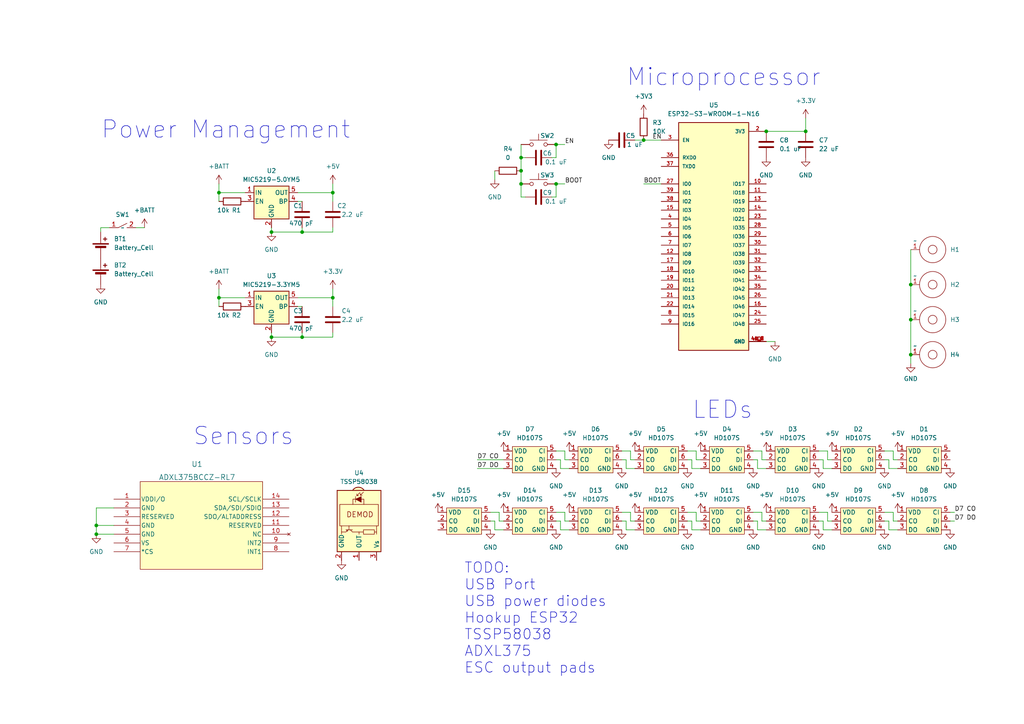
<source format=kicad_sch>
(kicad_sch (version 20230121) (generator eeschema)
  (paper "A4")
  (title_block (title "Danger Cookie") (date "2023-08-15") (rev "V1"))
  (lib_symbols
    (symbol "ADXL375:ADXL375BCCZ-RL7" (pin_names (offset 0.254))
      (property "Reference" "U" (at 0 16.51 0))
      (property "Value" "ADXL375BCCZ-RL7" (at 0 13.97 0))
      (symbol "ADXL375BCCZ-RL7_0_1"
        (pin power_in line (at -24.13 7.62 0) (length 7.62) (name "VDDI/O") (number "1"))
        (pin no_connect line (at 26.67 -2.54 180) (length 7.62) (name "NC") (number "10"))
        (pin unspecified line (at 26.67 0 180) (length 7.62) (name "RESERVED") (number "11"))
        (pin unspecified line (at 26.67 2.54 180) (length 7.62) (name "SDO/ALTADDRESS") (number "12"))
        (pin unspecified line (at 26.67 5.08 180) (length 7.62) (name "SDA/SDI/SDIO") (number "13"))
        (pin unspecified line (at 26.67 7.62 180) (length 7.62) (name "SCL/SCLK") (number "14"))
        (pin power_out line (at -24.13 5.08 0) (length 7.62) (name "GND") (number "2"))
        (pin unspecified line (at -24.13 2.54 0) (length 7.62) (name "RESERVED") (number "3"))
        (pin power_out line (at -24.13 0 0) (length 7.62) (name "GND") (number "4"))
        (pin power_out line (at -24.13 -2.54 0) (length 7.62) (name "GND") (number "5"))
        (pin unspecified line (at -24.13 -5.08 0) (length 7.62) (name "VS") (number "6"))
        (pin unspecified line (at -24.13 -7.62 0) (length 7.62) (name "*CS") (number "7"))
        (pin bidirectional line (at 26.67 -7.62 180) (length 7.62) (name "INT1") (number "8"))
        (pin bidirectional line (at 26.67 -5.08 180) (length 7.62) (name "INT2") (number "9"))
      )
      (symbol "ADXL375BCCZ-RL7_1_1"
        (rectangle (start -16.51 12.7) (end 19.05 -12.7) (fill (type background)))
      )
    )
    (symbol "Device:Battery_Cell" (pin_numbers hide) (pin_names (offset 0) hide)
      (property "Reference" "BT" (at 2.54 2.54 0))
      (property "Value" "Battery_Cell" (at 2.54 0 0))
      (symbol "Battery_Cell_0_1"
        (rectangle (start -2.286 1.778) (end 2.286 1.524) (fill (type outline)))
        (rectangle (start -1.524 1.016) (end 1.524 0.508) (fill (type outline)))
        (polyline (pts (xy 0 0.762) (xy 0 0)))
        (polyline (pts (xy 0 1.778) (xy 0 2.54)))
        (polyline (pts (xy 0.762 3.048) (xy 1.778 3.048)) (stroke (width 0.254)))
        (polyline (pts (xy 1.27 3.556) (xy 1.27 2.54)) (stroke (width 0.254)))
      )
      (symbol "Battery_Cell_1_1"
        (pin passive line (at 0 5.08 270) (length 2.54) (name "+") (number "1"))
        (pin passive line (at 0 -2.54 90) (length 2.54) (name "-") (number "2"))
      )
    )
    (symbol "Device:C" (pin_numbers hide) (pin_names (offset 0.254))
      (property "Reference" "C" (at 0.635 2.54 0))
      (property "Value" "C" (at 0.635 -2.54 0))
      (symbol "C_0_1"
        (polyline (pts (xy -2.032 -0.762) (xy 2.032 -0.762)) (stroke (width 0.508)))
        (polyline (pts (xy -2.032 0.762) (xy 2.032 0.762)) (stroke (width 0.508)))
      )
      (symbol "C_1_1"
        (pin passive line (at 0 3.81 270) (length 2.794) (name "~") (number "1"))
        (pin passive line (at 0 -3.81 90) (length 2.794) (name "~") (number "2"))
      )
    )
    (symbol "Device:R" (pin_numbers hide) (pin_names (offset 0))
      (property "Reference" "R" (at 2.032 0 90))
      (property "Value" "R" (at 0 0 90))
      (symbol "R_0_1"
        (rectangle (start -1.016 -2.54) (end 1.016 2.54) (stroke (width 0.254)))
      )
      (symbol "R_1_1"
        (pin passive line (at 0 3.81 270) (length 1.27) (name "~") (number "1"))
        (pin passive line (at 0 -3.81 90) (length 1.27) (name "~") (number "2"))
      )
    )
    (symbol "ESP32-S3-WROOM-1-N8R2:ESP32-S3-WROOM-1-N8R2" (pin_names (offset 1.016))
      (property "Reference" "U" (at -10.16 34.1122 0))
      (property "Value" "ESP32-S3-WROOM-1-N8R2" (at -10.16 -35.56 0))
      (symbol "ESP32-S3-WROOM-1-N8R2_0_0"
        (rectangle (start -10.16 -33.02) (end 10.16 33.02) (stroke (width 0.254)) (fill (type background)))
        (pin power_in line (at 15.24 -30.48 180) (length 5.08) (name "GND") (number "1"))
        (pin bidirectional line (at 15.24 15.24 180) (length 5.08) (name "IO17") (number "10"))
        (pin bidirectional line (at 15.24 12.7 180) (length 5.08) (name "IO18") (number "11"))
        (pin bidirectional line (at -15.24 -5.08 0) (length 5.08) (name "IO8") (number "12"))
        (pin bidirectional line (at 15.24 10.16 180) (length 5.08) (name "IO19") (number "13"))
        (pin bidirectional line (at 15.24 7.62 180) (length 5.08) (name "IO20") (number "14"))
        (pin bidirectional line (at -15.24 7.62 0) (length 5.08) (name "IO3") (number "15"))
        (pin bidirectional line (at 15.24 -20.32 180) (length 5.08) (name "IO46") (number "16"))
        (pin bidirectional line (at -15.24 -7.62 0) (length 5.08) (name "IO9") (number "17"))
        (pin bidirectional line (at -15.24 -10.16 0) (length 5.08) (name "IO10") (number "18"))
        (pin bidirectional line (at -15.24 -12.7 0) (length 5.08) (name "IO11") (number "19"))
        (pin power_in line (at 15.24 30.48 180) (length 5.08) (name "3V3") (number "2"))
        (pin bidirectional line (at -15.24 -15.24 0) (length 5.08) (name "IO12") (number "20"))
        (pin bidirectional line (at -15.24 -17.78 0) (length 5.08) (name "IO13") (number "21"))
        (pin bidirectional line (at -15.24 -20.32 0) (length 5.08) (name "IO14") (number "22"))
        (pin bidirectional line (at 15.24 5.08 180) (length 5.08) (name "IO21") (number "23"))
        (pin bidirectional line (at 15.24 -22.86 180) (length 5.08) (name "IO47") (number "24"))
        (pin bidirectional line (at 15.24 -25.4 180) (length 5.08) (name "IO48") (number "25"))
        (pin bidirectional line (at 15.24 -17.78 180) (length 5.08) (name "IO45") (number "26"))
        (pin bidirectional line (at -15.24 15.24 0) (length 5.08) (name "IO0") (number "27"))
        (pin bidirectional line (at 15.24 2.54 180) (length 5.08) (name "IO35") (number "28"))
        (pin bidirectional line (at 15.24 0 180) (length 5.08) (name "IO36") (number "29"))
        (pin input line (at -15.24 27.94 0) (length 5.08) (name "EN") (number "3"))
        (pin bidirectional line (at 15.24 -2.54 180) (length 5.08) (name "IO37") (number "30"))
        (pin bidirectional line (at 15.24 -5.08 180) (length 5.08) (name "IO38") (number "31"))
        (pin bidirectional line (at 15.24 -7.62 180) (length 5.08) (name "IO39") (number "32"))
        (pin bidirectional line (at 15.24 -10.16 180) (length 5.08) (name "IO40") (number "33"))
        (pin bidirectional line (at 15.24 -12.7 180) (length 5.08) (name "IO41") (number "34"))
        (pin bidirectional line (at 15.24 -15.24 180) (length 5.08) (name "IO42") (number "35"))
        (pin bidirectional line (at -15.24 22.86 0) (length 5.08) (name "RXD0") (number "36"))
        (pin bidirectional line (at -15.24 20.32 0) (length 5.08) (name "TXD0") (number "37"))
        (pin bidirectional line (at -15.24 10.16 0) (length 5.08) (name "IO2") (number "38"))
        (pin bidirectional line (at -15.24 12.7 0) (length 5.08) (name "IO1") (number "39"))
        (pin bidirectional line (at -15.24 5.08 0) (length 5.08) (name "IO4") (number "4"))
        (pin power_in line (at 15.24 -30.48 180) (length 5.08) (name "GND") (number "40"))
        (pin power_in line (at 15.24 -30.48 180) (length 5.08) (name "GND") (number "41_1"))
        (pin power_in line (at 15.24 -30.48 180) (length 5.08) (name "GND") (number "41_2"))
        (pin power_in line (at 15.24 -30.48 180) (length 5.08) (name "GND") (number "41_3"))
        (pin power_in line (at 15.24 -30.48 180) (length 5.08) (name "GND") (number "41_4"))
        (pin power_in line (at 15.24 -30.48 180) (length 5.08) (name "GND") (number "41_5"))
        (pin power_in line (at 15.24 -30.48 180) (length 5.08) (name "GND") (number "41_6"))
        (pin power_in line (at 15.24 -30.48 180) (length 5.08) (name "GND") (number "41_7"))
        (pin power_in line (at 15.24 -30.48 180) (length 5.08) (name "GND") (number "41_8"))
        (pin power_in line (at 15.24 -30.48 180) (length 5.08) (name "GND") (number "41_9"))
        (pin bidirectional line (at -15.24 2.54 0) (length 5.08) (name "IO5") (number "5"))
        (pin bidirectional line (at -15.24 0 0) (length 5.08) (name "IO6") (number "6"))
        (pin bidirectional line (at -15.24 -2.54 0) (length 5.08) (name "IO7") (number "7"))
        (pin bidirectional line (at -15.24 -22.86 0) (length 5.08) (name "IO15") (number "8"))
        (pin bidirectional line (at -15.24 -25.4 0) (length 5.08) (name "IO16") (number "9"))
      )
    )
    (symbol "HD107S:HD107S"
      (property "Reference" "D" (at -3.81 5.08 0))
      (property "Value" "HD107S" (at 0 -5.08 0))
      (symbol "HD107S_1_1"
        (rectangle (start -5.08 3.81) (end 5.08 -3.81) (fill (type background)))
        (pin power_in line (at -7.62 2.54 0) (length 2.54) (name "VDD") (number "1"))
        (pin output line (at -7.62 0 0) (length 2.54) (name "CO") (number "2"))
        (pin output line (at -7.62 -2.54 0) (length 2.54) (name "DO") (number "3"))
        (pin power_in line (at 7.62 -2.54 180) (length 2.54) (name "GND") (number "4"))
        (pin input line (at 7.62 2.54 180) (length 2.54) (name "CI") (number "5"))
        (pin input line (at 7.62 0 180) (length 2.54) (name "DI") (number "6"))
      )
    )
    (symbol "Regulator_Linear:MIC5219-3.3YM5" (pin_names (offset 0.254))
      (property "Reference" "U" (at -3.81 5.715 0))
      (property "Value" "MIC5219-3.3YM5" (at 0 5.715 0))
      (symbol "MIC5219-3.3YM5_0_1"
        (rectangle (start -5.08 4.445) (end 5.08 -5.08) (stroke (width 0.254)) (fill (type background)))
      )
      (symbol "MIC5219-3.3YM5_1_1"
        (pin power_in line (at -7.62 2.54 0) (length 2.54) (name "IN") (number "1"))
        (pin power_in line (at 0 -7.62 90) (length 2.54) (name "GND") (number "2"))
        (pin input line (at -7.62 0 0) (length 2.54) (name "EN") (number "3"))
        (pin input line (at 7.62 0 180) (length 2.54) (name "BP") (number "4"))
        (pin power_out line (at 7.62 2.54 180) (length 2.54) (name "OUT") (number "5"))
      )
    )
    (symbol "Regulator_Linear:MIC5219-5.0YM5" (pin_names (offset 0.254))
      (property "Reference" "U" (at -3.81 5.715 0))
      (property "Value" "MIC5219-5.0YM5" (at 0 5.715 0))
      (symbol "MIC5219-5.0YM5_0_1"
        (rectangle (start -5.08 4.445) (end 5.08 -5.08) (stroke (width 0.254)) (fill (type background)))
      )
      (symbol "MIC5219-5.0YM5_1_1"
        (pin power_in line (at -7.62 2.54 0) (length 2.54) (name "IN") (number "1"))
        (pin power_in line (at 0 -7.62 90) (length 2.54) (name "GND") (number "2"))
        (pin input line (at -7.62 0 0) (length 2.54) (name "EN") (number "3"))
        (pin input line (at 7.62 0 180) (length 2.54) (name "BP") (number "4"))
        (pin power_out line (at 7.62 2.54 180) (length 2.54) (name "OUT") (number "5"))
      )
    )
    (symbol "SMD_round_nut:SMTSO2515"
      (property "Reference" "H" (at -1.27 -2.54 0))
      (symbol "SMTSO2515_0_1"
        (circle (center 0 0) (radius 1.27))
        (circle (center 0 0) (radius 3.81))
      )
      (symbol "SMTSO2515_1_1"
        (pin input line (at -6.35 0 0) (length 2.54) (name "") (number "1"))
      )
    )
    (symbol "SMD_round_nut:SMTSO2515_SW"
      (property "Reference" "SW" (at 0 3.81 0))
      (symbol "SMTSO2515_SW_0_1"
        (polyline (pts (xy -1.27 0) (xy 1.27 1.27)))
      )
      (symbol "SMTSO2515_SW_1_1"
        (pin input line (at -3.81 0 0) (length 2.54) (name "") (number "1"))
        (pin output line (at 3.81 0 180) (length 2.54) (name "") (number "2"))
      )
    )
    (symbol "Sensor_Proximity:TSSP58038" (pin_names (offset 1.016))
      (property "Reference" "U" (at -10.16 7.62 0))
      (property "Value" "TSSP58038" (at -10.16 -7.62 0))
      (symbol "TSSP58038_0_0"
        (arc (start -10.287 1.397) (mid -11.0899 -0.1852) (end -10.287 -1.778) (stroke (width 0.254)) (fill (type background)))
        (polyline (pts (xy 1.905 -5.08) (xy 0.127 -5.08)))
        (polyline (pts (xy 1.905 5.08) (xy 0.127 5.08)))
        (text "DEMOD" (at -3.175 0.254 900) (effects (font (size 1.524 1.524))))
      )
      (symbol "TSSP58038_0_1"
        (rectangle (start -6.096 5.588) (end 0.127 -5.588))
        (polyline (pts (xy -8.763 0.381) (xy -9.652 1.27)))
        (polyline (pts (xy -8.763 0.381) (xy -9.271 0.381)))
        (polyline (pts (xy -8.763 0.381) (xy -8.763 0.889)))
        (polyline (pts (xy -8.636 -0.635) (xy -9.525 0.254)))
        (polyline (pts (xy -8.636 -0.635) (xy -9.144 -0.635)))
        (polyline (pts (xy -8.636 -0.635) (xy -8.636 -0.127)))
        (polyline (pts (xy -8.382 -1.016) (xy -6.731 -1.016)))
        (polyline (pts (xy 1.27 -2.921) (xy 0.127 -2.921)))
        (polyline (pts (xy 1.27 -1.905) (xy 1.27 -3.81)))
        (polyline (pts (xy 1.397 -3.556) (xy 1.524 -3.556)))
        (polyline (pts (xy 1.651 -3.556) (xy 1.524 -3.556)))
        (polyline (pts (xy 1.651 -3.556) (xy 1.651 -3.302)))
        (polyline (pts (xy 1.905 0) (xy 1.905 1.27)))
        (polyline (pts (xy 1.905 4.445) (xy 1.905 5.08) (xy 2.54 5.08)))
        (polyline (pts (xy -8.382 0.635) (xy -6.731 0.635) (xy -7.62 -1.016) (xy -8.382 0.635)) (fill (type outline)))
        (polyline (pts (xy -6.096 1.397) (xy -7.62 1.397) (xy -7.62 -1.778) (xy -6.096 -1.778)))
        (polyline (pts (xy 1.27 -3.175) (xy 1.905 -3.81) (xy 1.905 -5.08) (xy 2.54 -5.08)))
        (polyline (pts (xy 1.27 -2.54) (xy 1.905 -1.905) (xy 1.905 0) (xy 2.54 0)))
        (rectangle (start 2.54 1.27) (end 1.27 4.445))
        (rectangle (start 7.62 6.35) (end -10.16 -6.35) (stroke (width 0.254)) (fill (type background)))
      )
      (symbol "TSSP58038_1_1"
        (pin output line (at 10.16 0 180) (length 2.54) (name "OUT") (number "1"))
        (pin power_in line (at 10.16 -5.08 180) (length 2.54) (name "GND") (number "2"))
        (pin power_in line (at 10.16 5.08 180) (length 2.54) (name "Vs") (number "3"))
      )
    )
    (symbol "Switch:SW_Push" (pin_numbers hide) (pin_names (offset 1.016) hide)
      (property "Reference" "SW" (at 1.27 2.54 0))
      (property "Value" "SW_Push" (at 0 -1.524 0))
      (symbol "SW_Push_0_1"
        (circle (center -2.032 0) (radius 0.508))
        (polyline (pts (xy 0 1.27) (xy 0 3.048)))
        (polyline (pts (xy 2.54 1.27) (xy -2.54 1.27)))
        (circle (center 2.032 0) (radius 0.508))
        (pin passive line (at -5.08 0 0) (length 2.54) (name "1") (number "1"))
        (pin passive line (at 5.08 0 180) (length 2.54) (name "2") (number "2"))
      )
    )
    (symbol "power:+3.3V" (power) (pin_names (offset 0))
      (property "Value" "+3.3V" (at 0 3.556 0))
      (symbol "+3.3V_0_1"
        (polyline (pts (xy -0.762 1.27) (xy 0 2.54)))
        (polyline (pts (xy 0 0) (xy 0 2.54)))
        (polyline (pts (xy 0 2.54) (xy 0.762 1.27)))
      )
      (symbol "+3.3V_1_1"
        (pin power_in line (at 0 0 90) (length 0) hide (name "+3.3V") (number "1"))
      )
    )
    (symbol "power:+3V3" (power) (pin_names (offset 0))
      (property "Value" "+3V3" (at 0 3.556 0))
      (symbol "+3V3_0_1"
        (polyline (pts (xy -0.762 1.27) (xy 0 2.54)))
        (polyline (pts (xy 0 0) (xy 0 2.54)))
        (polyline (pts (xy 0 2.54) (xy 0.762 1.27)))
      )
      (symbol "+3V3_1_1"
        (pin power_in line (at 0 0 90) (length 0) hide (name "+3V3") (number "1"))
      )
    )
    (symbol "power:+5V" (power) (pin_names (offset 0))
      (property "Value" "+5V" (at 0 3.556 0))
      (symbol "+5V_0_1"
        (polyline (pts (xy -0.762 1.27) (xy 0 2.54)))
        (polyline (pts (xy 0 0) (xy 0 2.54)))
        (polyline (pts (xy 0 2.54) (xy 0.762 1.27)))
      )
      (symbol "+5V_1_1"
        (pin power_in line (at 0 0 90) (length 0) hide (name "+5V") (number "1"))
      )
    )
    (symbol "power:+BATT" (power) (pin_names (offset 0))
      (property "Value" "+BATT" (at 0 3.556 0))
      (symbol "+BATT_0_1"
        (polyline (pts (xy -0.762 1.27) (xy 0 2.54)))
        (polyline (pts (xy 0 0) (xy 0 2.54)))
        (polyline (pts (xy 0 2.54) (xy 0.762 1.27)))
      )
      (symbol "+BATT_1_1"
        (pin power_in line (at 0 0 90) (length 0) hide (name "+BATT") (number "1"))
      )
    )
    (symbol "power:GND" (power) (pin_names (offset 0))
      (property "Value" "GND" (at 0 -3.81 0))
      (symbol "GND_0_1"
        (polyline (pts (xy 0 0) (xy 0 -1.27) (xy 1.27 -1.27) (xy 0 -2.54) (xy -1.27 -1.27) (xy 0 -1.27)))
      )
      (symbol "GND_1_1"
        (pin power_in line (at 0 0 270) (length 0) hide (name "GND") (number "1"))
      )
    )
  )
  (junction (at 96.52 86.36))
  (junction (at 27.94 154.94))
  (junction (at 27.94 152.4))
  (junction (at 151.13 53.34))
  (junction (at 151.13 49.53))
  (junction (at 264.16 102.87))
  (junction (at 78.74 67.31))
  (junction (at 78.74 97.79))
  (junction (at 264.16 82.55))
  (junction (at 63.5 86.36))
  (junction (at 96.52 55.88))
  (junction (at 87.63 67.31))
  (junction (at 233.68 38.1))
  (junction (at 151.13 45.72))
  (junction (at 87.63 97.79))
  (junction (at 161.29 53.34))
  (junction (at 264.16 92.71))
  (junction (at 186.69 40.64))
  (junction (at 222.25 38.1))
  (junction (at 63.5 55.88))
  (junction (at 161.29 41.91))
  (wire (pts (xy 186.69 40.64) (xy 191.77 40.64)))
  (wire (pts (xy 163.83 148.59) (xy 161.29 148.59)))
  (wire (pts (xy 63.5 53.34) (xy 63.5 55.88)))
  (wire (pts (xy 238.76 151.13) (xy 238.76 153.67)))
  (wire (pts (xy 203.2 133.35) (xy 201.93 133.35)))
  (wire (pts (xy 260.35 151.13) (xy 259.08 151.13)))
  (wire (pts (xy 182.88 151.13) (xy 182.88 148.59)))
  (wire (pts (xy 201.93 151.13) (xy 201.93 148.59)))
  (wire (pts (xy 144.78 151.13) (xy 144.78 148.59)))
  (wire (pts (xy 151.13 53.34) (xy 151.13 57.15)))
  (wire (pts (xy 220.98 151.13) (xy 220.98 148.59)))
  (wire (pts (xy 161.29 53.34) (xy 161.29 57.15)))
  (wire (pts (xy 219.71 133.35) (xy 219.71 135.89)))
  (wire (pts (xy 222.25 151.13) (xy 220.98 151.13)))
  (wire (pts (xy 264.16 72.39) (xy 264.16 82.55)))
  (wire (pts (xy 27.94 147.32) (xy 33.02 147.32)))
  (wire (pts (xy 237.49 151.13) (xy 238.76 151.13)))
  (wire (pts (xy 180.34 151.13) (xy 181.61 151.13)))
  (wire (pts (xy 151.13 49.53) (xy 151.13 53.34)))
  (wire (pts (xy 161.29 57.15) (xy 160.02 57.15)))
  (wire (pts (xy 222.25 133.35) (xy 220.98 133.35)))
  (wire (pts (xy 256.54 133.35) (xy 257.81 133.35)))
  (wire (pts (xy 87.63 97.79) (xy 96.52 97.79)))
  (wire (pts (xy 219.71 153.67) (xy 222.25 153.67)))
  (wire (pts (xy 224.79 99.06) (xy 222.25 99.06)))
  (wire (pts (xy 96.52 67.31) (xy 87.63 67.31)))
  (wire (pts (xy 181.61 151.13) (xy 181.61 153.67)))
  (wire (pts (xy 31.75 66.04) (xy 29.21 66.04)))
  (wire (pts (xy 87.63 67.31) (xy 87.63 66.04)))
  (wire (pts (xy 161.29 53.34) (xy 163.83 53.34)))
  (wire (pts (xy 259.08 151.13) (xy 259.08 148.59)))
  (wire (pts (xy 86.36 55.88) (xy 96.52 55.88)))
  (wire (pts (xy 200.66 135.89) (xy 203.2 135.89)))
  (wire (pts (xy 143.51 52.07) (xy 143.51 49.53)))
  (wire (pts (xy 78.74 67.31) (xy 87.63 67.31)))
  (wire (pts (xy 162.56 153.67) (xy 165.1 153.67)))
  (wire (pts (xy 165.1 151.13) (xy 163.83 151.13)))
  (wire (pts (xy 63.5 58.42) (xy 63.5 55.88)))
  (wire (pts (xy 27.94 154.94) (xy 33.02 154.94)))
  (wire (pts (xy 63.5 83.82) (xy 63.5 86.36)))
  (wire (pts (xy 275.59 148.59) (xy 276.86 148.59)))
  (wire (pts (xy 201.93 130.81) (xy 199.39 130.81)))
  (wire (pts (xy 257.81 153.67) (xy 260.35 153.67)))
  (wire (pts (xy 199.39 133.35) (xy 200.66 133.35)))
  (wire (pts (xy 87.63 97.79) (xy 87.63 96.52)))
  (wire (pts (xy 96.52 88.9) (xy 96.52 86.36)))
  (wire (pts (xy 146.05 151.13) (xy 144.78 151.13)))
  (wire (pts (xy 161.29 41.91) (xy 163.83 41.91)))
  (wire (pts (xy 138.43 135.89) (xy 146.05 135.89)))
  (wire (pts (xy 96.52 67.31) (xy 96.52 66.04)))
  (wire (pts (xy 161.29 41.91) (xy 161.29 45.72)))
  (wire (pts (xy 200.66 133.35) (xy 200.66 135.89)))
  (wire (pts (xy 151.13 41.91) (xy 151.13 45.72)))
  (wire (pts (xy 241.3 151.13) (xy 240.03 151.13)))
  (wire (pts (xy 201.93 133.35) (xy 201.93 130.81)))
  (wire (pts (xy 240.03 130.81) (xy 237.49 130.81)))
  (wire (pts (xy 240.03 148.59) (xy 237.49 148.59)))
  (wire (pts (xy 275.59 151.13) (xy 276.86 151.13)))
  (wire (pts (xy 238.76 153.67) (xy 241.3 153.67)))
  (wire (pts (xy 96.52 97.79) (xy 96.52 96.52)))
  (wire (pts (xy 161.29 45.72) (xy 160.02 45.72)))
  (wire (pts (xy 78.74 67.31) (xy 78.74 66.04)))
  (wire (pts (xy 184.15 133.35) (xy 182.88 133.35)))
  (wire (pts (xy 257.81 133.35) (xy 257.81 135.89)))
  (wire (pts (xy 96.52 53.34) (xy 96.52 55.88)))
  (wire (pts (xy 151.13 45.72) (xy 151.13 49.53)))
  (wire (pts (xy 163.83 130.81) (xy 161.29 130.81)))
  (wire (pts (xy 200.66 151.13) (xy 200.66 153.67)))
  (wire (pts (xy 182.88 130.81) (xy 180.34 130.81)))
  (wire (pts (xy 219.71 135.89) (xy 222.25 135.89)))
  (wire (pts (xy 186.69 53.34) (xy 191.77 53.34)))
  (wire (pts (xy 238.76 135.89) (xy 241.3 135.89)))
  (wire (pts (xy 163.83 151.13) (xy 163.83 148.59)))
  (wire (pts (xy 165.1 133.35) (xy 163.83 133.35)))
  (wire (pts (xy 181.61 153.67) (xy 184.15 153.67)))
  (wire (pts (xy 220.98 148.59) (xy 218.44 148.59)))
  (wire (pts (xy 138.43 133.35) (xy 146.05 133.35)))
  (wire (pts (xy 78.74 97.79) (xy 78.74 96.52)))
  (wire (pts (xy 257.81 135.89) (xy 260.35 135.89)))
  (wire (pts (xy 259.08 130.81) (xy 256.54 130.81)))
  (wire (pts (xy 161.29 133.35) (xy 162.56 133.35)))
  (wire (pts (xy 78.74 97.79) (xy 87.63 97.79)))
  (wire (pts (xy 96.52 58.42) (xy 96.52 55.88)))
  (wire (pts (xy 162.56 135.89) (xy 165.1 135.89)))
  (wire (pts (xy 29.21 66.04) (xy 29.21 67.31)))
  (wire (pts (xy 63.5 86.36) (xy 63.5 88.9)))
  (wire (pts (xy 63.5 86.36) (xy 71.12 86.36)))
  (wire (pts (xy 184.15 40.64) (xy 186.69 40.64)))
  (wire (pts (xy 264.16 82.55) (xy 264.16 92.71)))
  (wire (pts (xy 182.88 133.35) (xy 182.88 130.81)))
  (wire (pts (xy 203.2 151.13) (xy 201.93 151.13)))
  (wire (pts (xy 222.25 38.1) (xy 233.68 38.1)))
  (wire (pts (xy 220.98 130.81) (xy 218.44 130.81)))
  (wire (pts (xy 184.15 151.13) (xy 182.88 151.13)))
  (wire (pts (xy 39.37 66.04) (xy 41.91 66.04)))
  (wire (pts (xy 201.93 148.59) (xy 199.39 148.59)))
  (wire (pts (xy 257.81 151.13) (xy 257.81 153.67)))
  (wire (pts (xy 162.56 151.13) (xy 162.56 153.67)))
  (wire (pts (xy 27.94 154.94) (xy 27.94 152.4)))
  (wire (pts (xy 218.44 133.35) (xy 219.71 133.35)))
  (wire (pts (xy 162.56 133.35) (xy 162.56 135.89)))
  (wire (pts (xy 27.94 152.4) (xy 27.94 147.32)))
  (wire (pts (xy 87.63 58.42) (xy 86.36 58.42)))
  (wire (pts (xy 233.68 34.29) (xy 233.68 38.1)))
  (wire (pts (xy 256.54 151.13) (xy 257.81 151.13)))
  (wire (pts (xy 86.36 86.36) (xy 96.52 86.36)))
  (wire (pts (xy 181.61 133.35) (xy 181.61 135.89)))
  (wire (pts (xy 237.49 133.35) (xy 238.76 133.35)))
  (wire (pts (xy 143.51 151.13) (xy 143.51 153.67)))
  (wire (pts (xy 161.29 151.13) (xy 162.56 151.13)))
  (wire (pts (xy 142.24 151.13) (xy 143.51 151.13)))
  (wire (pts (xy 96.52 83.82) (xy 96.52 86.36)))
  (wire (pts (xy 152.4 57.15) (xy 151.13 57.15)))
  (wire (pts (xy 218.44 151.13) (xy 219.71 151.13)))
  (wire (pts (xy 240.03 151.13) (xy 240.03 148.59)))
  (wire (pts (xy 220.98 133.35) (xy 220.98 130.81)))
  (wire (pts (xy 182.88 148.59) (xy 180.34 148.59)))
  (wire (pts (xy 143.51 153.67) (xy 146.05 153.67)))
  (wire (pts (xy 144.78 148.59) (xy 142.24 148.59)))
  (wire (pts (xy 63.5 55.88) (xy 71.12 55.88)))
  (wire (pts (xy 163.83 133.35) (xy 163.83 130.81)))
  (wire (pts (xy 181.61 135.89) (xy 184.15 135.89)))
  (wire (pts (xy 199.39 151.13) (xy 200.66 151.13)))
  (wire (pts (xy 259.08 133.35) (xy 259.08 130.81)))
  (wire (pts (xy 264.16 105.41) (xy 264.16 102.87)))
  (wire (pts (xy 151.13 45.72) (xy 152.4 45.72)))
  (wire (pts (xy 200.66 153.67) (xy 203.2 153.67)))
  (wire (pts (xy 180.34 133.35) (xy 181.61 133.35)))
  (wire (pts (xy 260.35 133.35) (xy 259.08 133.35)))
  (wire (pts (xy 219.71 151.13) (xy 219.71 153.67)))
  (wire (pts (xy 87.63 88.9) (xy 86.36 88.9)))
  (wire (pts (xy 259.08 148.59) (xy 256.54 148.59)))
  (wire (pts (xy 27.94 152.4) (xy 33.02 152.4)))
  (wire (pts (xy 264.16 92.71) (xy 264.16 102.87)))
  (wire (pts (xy 240.03 133.35) (xy 240.03 130.81)))
  (wire (pts (xy 238.76 133.35) (xy 238.76 135.89)))
  (wire (pts (xy 241.3 133.35) (xy 240.03 133.35)))
  (text "TODO:\nUSB Port\nUSB power diodes\nHookup ESP32\nTSSP58038\nADXL375\nESC output pads" (at 134.62 195.58 0) (effects (font (size 3 3)) (justify left bottom)))
  (text "Power Management" (at 29.21 40.64 0) (effects (font (size 5 5)) (justify left bottom)))
  (text "Microprocessor " (at 181.61 25.4 0) (effects (font (size 5 5)) (justify left bottom)))
  (text "Sensors" (at 55.88 129.54 0) (effects (font (size 5 5)) (justify left bottom)))
  (text "LEDs" (at 200.66 121.92 0) (effects (font (size 5 5)) (justify left bottom)))
  (label "BOOT" (at 163.83 53.34 0))
  (label "BOOT" (at 186.69 53.34 0))
  (label "D7 DO" (at 138.43 135.89 0))
  (label "D7 CO" (at 276.86 148.59 0))
  (label "EN" (at 163.83 41.91 0))
  (label "D7 CO" (at 138.43 133.35 0))
  (label "EN" (at 189.23 40.64 0))
  (label "D7 DO" (at 276.86 151.13 0))
  (symbol (lib_id "Device:C") (at 87.63 92.71 0) (unit 1)
    (property "Reference" "C3" (at 85.09 90.17 0) (effects (justify left)))
    (property "Value" "470 pF" (at 83.82 95.25 0) (effects (justify left)))
  )
  (symbol (lib_id "power:GND") (at 275.59 153.67 0) (unit 1)
    (property "Reference" "#PWR026" (effects hide))
    (property "Value" "GND" (at 275.59 158.75 0))
  )
  (symbol (lib_id "HD107S:HD107S") (at 153.67 151.13 0) (unit 1)
    (property "Reference" "D14" (at 153.67 142.24 0))
    (property "Value" "HD107S" (at 153.67 144.78 0))
    (property "Footprint" "HD107S" (effects hide))
  )
  (symbol (lib_id "power:+3.3V") (at 233.68 34.29 0) (unit 1)
    (property "Reference" "#PWR02" (effects hide))
    (property "Value" "+3.3V" (at 233.68 29.21 0))
  )
  (symbol (lib_id "HD107S:HD107S") (at 172.72 133.35 0) (unit 1)
    (property "Reference" "D6" (at 172.72 124.46 0))
    (property "Value" "HD107S" (at 172.72 127 0))
    (property "Footprint" "HD107S" (effects hide))
  )
  (symbol (lib_id "power:+5V") (at 146.05 130.81 0) (unit 1)
    (property "Reference" "#PWR023" (effects hide))
    (property "Value" "+5V" (at 146.05 125.73 0))
  )
  (symbol (lib_id "power:+5V") (at 184.15 130.81 0) (unit 1)
    (property "Reference" "#PWR019" (effects hide))
    (property "Value" "+5V" (at 184.15 125.73 0))
  )
  (symbol (lib_id "power:+5V") (at 222.25 148.59 0) (unit 1)
    (property "Reference" "#PWR029" (effects hide))
    (property "Value" "+5V" (at 222.25 143.51 0))
  )
  (symbol (lib_id "Regulator_Linear:MIC5219-5.0YM5") (at 78.74 58.42 0) (unit 1)
    (property "Reference" "U2" (at 78.74 49.53 0))
    (property "Value" "MIC5219-5.0YM5" (at 78.74 52.07 0))
    (property "Footprint" "Package_TO_SOT_SMD:SOT-23-5" (effects hide))
    (property "Datasheet" "http://ww1.microchip.com/downloads/en/DeviceDoc/MIC5219-500mA-Peak-Output-LDO-Regulator-DS20006021A.pdf" (effects hide))
  )
  (symbol (lib_id "power:GND") (at 142.24 153.67 0) (unit 1)
    (property "Reference" "#PWR040" (effects hide))
    (property "Value" "GND" (at 142.24 158.75 0))
  )
  (symbol (lib_id "power:GND") (at 199.39 153.67 0) (unit 1)
    (property "Reference" "#PWR034" (effects hide))
    (property "Value" "GND" (at 199.39 158.75 0))
  )
  (symbol (lib_id "power:+5V") (at 222.25 130.81 0) (unit 1)
    (property "Reference" "#PWR015" (effects hide))
    (property "Value" "+5V" (at 222.25 125.73 0))
  )
  (symbol (lib_id "Device:Battery_Cell") (at 29.21 80.01 0) (unit 1)
    (property "Reference" "BT2" (at 33.02 76.8985 0) (effects (justify left)))
    (property "Value" "Battery_Cell" (at 33.02 79.4385 0) (effects (justify left)))
    (property "Footprint" "Connector_JST:JST_PH_B2B-PH-K_1x02_P2.00mm_Vertical" (effects hide))
  )
  (symbol (lib_id "Device:C") (at 96.52 62.23 0) (unit 1)
    (property "Reference" "C2" (at 97.79 59.69 0) (effects (justify left)))
    (property "Value" "2.2 uF" (at 99.06 62.23 0) (effects (justify left)))
  )
  (symbol (lib_id "power:GND") (at 143.51 52.07 0) (unit 1)
    (property "Reference" "#PWR048" (effects hide))
    (property "Value" "GND" (at 143.51 57.15 0))
  )
  (symbol (lib_id "power:GND") (at 237.49 153.67 0) (unit 1)
    (property "Reference" "#PWR030" (effects hide))
    (property "Value" "GND" (at 237.49 158.75 0))
  )
  (symbol (lib_id "power:+5V") (at 260.35 130.81 0) (unit 1)
    (property "Reference" "#PWR012" (effects hide))
    (property "Value" "+5V" (at 260.35 125.73 0))
  )
  (symbol (lib_id "power:+5V") (at 241.3 148.59 0) (unit 1)
    (property "Reference" "#PWR027" (effects hide))
    (property "Value" "+5V" (at 241.3 143.51 0))
  )
  (symbol (lib_id "Device:C") (at 156.21 45.72 90) (unit 1)
    (property "Reference" "C6" (at 158.75 44.45 90))
    (property "Value" "0.1 uF" (at 161.29 46.99 90))
  )
  (symbol (lib_id "power:+5V") (at 203.2 148.59 0) (unit 1)
    (property "Reference" "#PWR031" (effects hide))
    (property "Value" "+5V" (at 203.2 143.51 0))
  )
  (symbol (lib_id "power:+5V") (at 146.05 148.59 0) (unit 1)
    (property "Reference" "#PWR037" (effects hide))
    (property "Value" "+5V" (at 146.05 143.51 0))
  )
  (symbol (lib_id "Device:C") (at 96.52 92.71 0) (unit 1)
    (property "Reference" "C4" (at 99.06 90.17 0) (effects (justify left)))
    (property "Value" "2.2 uF" (at 99.06 92.71 0) (effects (justify left)))
  )
  (symbol (lib_id "power:+BATT") (at 63.5 83.82 0) (unit 1)
    (property "Reference" "#PWR043" (effects hide))
    (property "Value" "+BATT" (at 63.5 78.74 0))
  )
  (symbol (lib_id "power:GND") (at 218.44 135.89 0) (unit 1)
    (property "Reference" "#PWR018" (effects hide))
    (property "Value" "GND" (at 218.44 140.97 0))
  )
  (symbol (lib_id "power:GND") (at 29.21 82.55 0) (unit 1)
    (property "Reference" "#PWR04" (effects hide))
    (property "Value" "GND" (at 29.21 87.63 0))
  )
  (symbol (lib_id "Device:C") (at 233.68 41.91 0) (unit 1)
    (property "Reference" "C7" (at 237.49 40.64 0) (effects (justify left)))
    (property "Value" "22 uF" (at 237.49 43.18 0) (effects (justify left)))
  )
  (symbol (lib_id "ADXL375:ADXL375BCCZ-RL7") (at 57.15 152.4 0) (unit 1)
    (property "Reference" "U1" (at 57.15 134.62 0) (effects (font (size 1.524 1.524))))
    (property "Value" "ADXL375BCCZ-RL7" (at 57.15 138.43 0) (effects (font (size 1.524 1.524))))
    (property "Footprint" "ADXL375:LGA_CC-14-1_ADI-M" (effects hide))
    (property "Datasheet" "ADXL375BCCZ-RL7" (effects hide))
  )
  (symbol (lib_id "power:+BATT") (at 63.5 53.34 0) (unit 1)
    (property "Reference" "#PWR042" (effects hide))
    (property "Value" "+BATT" (at 63.5 48.26 0))
  )
  (symbol (lib_id "power:GND") (at 180.34 153.67 0) (unit 1)
    (property "Reference" "#PWR036" (effects hide))
    (property "Value" "GND" (at 180.34 158.75 0))
  )
  (symbol (lib_id "Device:C") (at 156.21 57.15 270) (unit 1)
    (property "Reference" "C9" (at 158.75 55.88 90))
    (property "Value" "0.1 uF" (at 161.29 58.42 90))
  )
  (symbol (lib_id "HD107S:HD107S") (at 229.87 151.13 0) (unit 1)
    (property "Reference" "D10" (at 229.87 142.24 0))
    (property "Value" "HD107S" (at 229.87 144.78 0))
    (property "Footprint" "HD107S" (effects hide))
  )
  (symbol (lib_id "power:GND") (at 264.16 105.41 0) (unit 1)
    (property "Reference" "#PWR03" (effects hide))
    (property "Value" "GND" (at 264.16 109.855 0))
  )
  (symbol (lib_id "SMD_round_nut:SMTSO2515") (at 270.51 92.71 0) (unit 1)
    (property "Reference" "H3" (at 275.59 92.71 0) (effects (justify left)))
    (property "Value" "~" (at 265.43 90.17 0))
    (property "Footprint" "Round_Nut:SMTSO2515" (effects hide))
  )
  (symbol (lib_id "power:GND") (at 218.44 153.67 0) (unit 1)
    (property "Reference" "#PWR032" (effects hide))
    (property "Value" "GND" (at 218.44 158.75 0))
  )
  (symbol (lib_id "HD107S:HD107S") (at 153.67 133.35 0) (unit 1)
    (property "Reference" "D7" (at 153.67 124.46 0))
    (property "Value" "HD107S" (at 153.67 127 0))
    (property "Footprint" "HD107S" (effects hide))
  )
  (symbol (lib_id "power:+3.3V") (at 96.52 83.82 0) (unit 1)
    (property "Reference" "#PWR010" (effects hide))
    (property "Value" "+3.3V" (at 96.52 78.74 0))
  )
  (symbol (lib_id "Switch:SW_Push") (at 156.21 53.34 0) (unit 1)
    (property "Reference" "SW3" (at 158.75 50.8 0))
    (property "Value" "SW_Push" (effects hide))
  )
  (symbol (lib_id "Device:R") (at 186.69 36.83 180) (unit 1)
    (property "Reference" "R3" (at 189.23 35.56 0) (effects (justify right)))
    (property "Value" "10K" (at 189.23 38.1 0) (effects (justify right)))
  )
  (symbol (lib_id "power:GND") (at 27.94 154.94 0) (unit 1)
    (property "Reference" "#PWR08" (effects hide))
    (property "Value" "GND" (at 27.94 160.02 0))
  )
  (symbol (lib_id "power:GND") (at 199.39 135.89 0) (unit 1)
    (property "Reference" "#PWR020" (effects hide))
    (property "Value" "GND" (at 199.39 140.97 0))
  )
  (symbol (lib_id "HD107S:HD107S") (at 191.77 151.13 0) (unit 1)
    (property "Reference" "D12" (at 191.77 142.24 0))
    (property "Value" "HD107S" (at 191.77 144.78 0))
    (property "Footprint" "HD107S" (effects hide))
  )
  (symbol (lib_id "power:+5V") (at 203.2 130.81 0) (unit 1)
    (property "Reference" "#PWR017" (effects hide))
    (property "Value" "+5V" (at 203.2 125.73 0))
  )
  (symbol (lib_id "power:GND") (at 161.29 153.67 0) (unit 1)
    (property "Reference" "#PWR038" (effects hide))
    (property "Value" "GND" (at 161.29 158.75 0))
  )
  (symbol (lib_id "power:GND") (at 78.74 67.31 0) (unit 1)
    (property "Reference" "#PWR05" (effects hide))
    (property "Value" "GND" (at 78.74 72.39 0))
  )
  (symbol (lib_id "power:+5V") (at 165.1 148.59 0) (unit 1)
    (property "Reference" "#PWR035" (effects hide))
    (property "Value" "+5V" (at 165.1 143.51 0))
  )
  (symbol (lib_id "HD107S:HD107S") (at 248.92 151.13 0) (unit 1)
    (property "Reference" "D9" (at 248.92 142.24 0))
    (property "Value" "HD107S" (at 248.92 144.78 0))
    (property "Footprint" "HD107S" (effects hide))
  )
  (symbol (lib_id "power:GND") (at 78.74 97.79 0) (unit 1)
    (property "Reference" "#PWR06" (effects hide))
    (property "Value" "GND" (at 78.74 102.87 0))
  )
  (symbol (lib_id "power:GND") (at 176.53 40.64 0) (unit 1)
    (property "Reference" "#PWR045" (effects hide))
    (property "Value" "GND" (at 176.53 45.72 0))
  )
  (symbol (lib_id "Switch:SW_Push") (at 156.21 41.91 0) (unit 1)
    (property "Reference" "SW2" (at 158.75 39.37 0))
    (property "Value" "SW_Push" (effects hide))
  )
  (symbol (lib_id "HD107S:HD107S") (at 229.87 133.35 0) (unit 1)
    (property "Reference" "D3" (at 229.87 124.46 0))
    (property "Value" "HD107S" (at 229.87 127 0))
    (property "Footprint" "HD107S" (effects hide))
  )
  (symbol (lib_id "HD107S:HD107S") (at 210.82 133.35 0) (unit 1)
    (property "Reference" "D4" (at 210.82 124.46 0))
    (property "Value" "HD107S" (at 210.82 127 0))
    (property "Footprint" "HD107S" (effects hide))
  )
  (symbol (lib_id "Device:C") (at 180.34 40.64 270) (unit 1)
    (property "Reference" "C5" (at 182.88 39.37 90))
    (property "Value" "1 uF" (at 184.15 41.91 90))
  )
  (symbol (lib_id "power:+5V") (at 241.3 130.81 0) (unit 1)
    (property "Reference" "#PWR013" (effects hide))
    (property "Value" "+5V" (at 241.3 125.73 0))
  )
  (symbol (lib_id "HD107S:HD107S") (at 134.62 151.13 0) (unit 1)
    (property "Reference" "D15" (at 134.62 142.24 0))
    (property "Value" "HD107S" (at 134.62 144.78 0))
    (property "Footprint" "HD107S" (effects hide))
  )
  (symbol (lib_id "power:GND") (at 222.25 45.72 0) (unit 1)
    (property "Reference" "#PWR046" (effects hide))
    (property "Value" "GND" (at 222.25 50.8 0))
  )
  (symbol (lib_id "power:GND") (at 275.59 135.89 0) (unit 1)
    (property "Reference" "#PWR07" (effects hide))
    (property "Value" "GND" (at 275.59 140.97 0))
  )
  (symbol (lib_id "power:GND") (at 224.79 99.06 0) (unit 1)
    (property "Reference" "#PWR01" (effects hide))
    (property "Value" "GND" (at 224.79 104.14 0))
  )
  (symbol (lib_id "Regulator_Linear:MIC5219-3.3YM5") (at 78.74 88.9 0) (unit 1)
    (property "Reference" "U3" (at 78.74 80.01 0))
    (property "Value" "MIC5219-3.3YM5" (at 78.74 82.55 0))
    (property "Footprint" "Package_TO_SOT_SMD:SOT-23-5" (effects hide))
    (property "Datasheet" "http://ww1.microchip.com/downloads/en/DeviceDoc/MIC5219-500mA-Peak-Output-LDO-Regulator-DS20006021A.pdf" (effects hide))
  )
  (symbol (lib_id "SMD_round_nut:SMTSO2515") (at 270.51 102.87 0) (unit 1)
    (property "Reference" "H4" (at 275.59 102.87 0) (effects (justify left)))
    (property "Value" "~" (at 265.43 100.33 0))
    (property "Footprint" "Round_Nut:SMTSO2515" (effects hide))
  )
  (symbol (lib_id "Device:R") (at 67.31 88.9 90) (unit 1)
    (property "Reference" "R2" (at 68.58 91.44 90))
    (property "Value" "10k" (at 64.77 91.44 90))
  )
  (symbol (lib_id "SMD_round_nut:SMTSO2515") (at 270.51 72.39 0) (unit 1)
    (property "Reference" "H1" (at 275.59 72.39 0) (effects (justify left)))
    (property "Value" "~" (at 265.43 69.85 0))
    (property "Footprint" "Round_Nut:SMTSO2515" (effects hide))
  )
  (symbol (lib_id "power:+5V") (at 260.35 148.59 0) (unit 1)
    (property "Reference" "#PWR025" (effects hide))
    (property "Value" "+5V" (at 260.35 143.51 0))
  )
  (symbol (lib_id "Device:R") (at 147.32 49.53 90) (unit 1)
    (property "Reference" "R4" (at 147.32 43.18 90))
    (property "Value" "0" (at 147.32 45.72 90))
  )
  (symbol (lib_id "HD107S:HD107S") (at 191.77 133.35 0) (unit 1)
    (property "Reference" "D5" (at 191.77 124.46 0))
    (property "Value" "HD107S" (at 191.77 127 0))
    (property "Footprint" "HD107S" (effects hide))
  )
  (symbol (lib_id "Device:R") (at 67.31 58.42 90) (unit 1)
    (property "Reference" "R1" (at 68.58 60.96 90))
    (property "Value" "10k" (at 64.77 60.96 90))
  )
  (symbol (lib_id "power:GND") (at 256.54 135.89 0) (unit 1)
    (property "Reference" "#PWR014" (effects hide))
    (property "Value" "GND" (at 256.54 140.97 0))
  )
  (symbol (lib_id "HD107S:HD107S") (at 210.82 151.13 0) (unit 1)
    (property "Reference" "D11" (at 210.82 142.24 0))
    (property "Value" "HD107S" (at 210.82 144.78 0))
    (property "Footprint" "HD107S" (effects hide))
  )
  (symbol (lib_id "power:+5V") (at 184.15 148.59 0) (unit 1)
    (property "Reference" "#PWR033" (effects hide))
    (property "Value" "+5V" (at 184.15 143.51 0))
  )
  (symbol (lib_id "power:+3V3") (at 186.69 33.02 0) (unit 1)
    (property "Reference" "#PWR044" (effects hide))
    (property "Value" "+3V3" (at 186.69 27.94 0))
  )
  (symbol (lib_id "power:GND") (at 256.54 153.67 0) (unit 1)
    (property "Reference" "#PWR028" (effects hide))
    (property "Value" "GND" (at 256.54 158.75 0))
  )
  (symbol (lib_id "power:GND") (at 99.06 162.56 0) (unit 1)
    (property "Reference" "#PWR09" (effects hide))
    (property "Value" "GND" (at 99.06 167.64 0))
  )
  (symbol (lib_id "Device:C") (at 222.25 41.91 0) (unit 1)
    (property "Reference" "C8" (at 226.06 40.64 0) (effects (justify left)))
    (property "Value" "0.1 uF" (at 226.06 43.18 0) (effects (justify left)))
  )
  (symbol (lib_id "Device:Battery_Cell") (at 29.21 72.39 0) (unit 1)
    (property "Reference" "BT1" (at 33.02 69.2785 0) (effects (justify left)))
    (property "Value" "Battery_Cell" (at 33.02 71.8185 0) (effects (justify left)))
    (property "Footprint" "Connector_JST:JST_PH_B2B-PH-K_1x02_P2.00mm_Vertical" (effects hide))
  )
  (symbol (lib_id "Sensor_Proximity:TSSP58038") (at 104.14 152.4 270) (unit 1)
    (property "Reference" "U4" (at 104.14 137.16 90))
    (property "Value" "TSSP58038" (at 104.14 139.7 90))
    (property "Footprint" "OptoDevice:Vishay_MINICAST-3Pin" (effects hide))
    (property "Datasheet" "http://www.vishay.com/docs/82476/tssp58p38.pdf" (effects hide))
  )
  (symbol (lib_id "power:+5V") (at 96.52 53.34 0) (unit 1)
    (property "Reference" "#PWR011" (effects hide))
    (property "Value" "+5V" (at 96.52 48.26 0))
  )
  (symbol (lib_id "ESP32-S3-WROOM-1-N8R2:ESP32-S3-WROOM-1-N8R2") (at 207.01 68.58 0) (unit 1)
    (property "Reference" "U5" (at 207.01 30.48 0))
    (property "Value" "ESP32-S3-WROOM-1-N16" (at 207.01 33.02 0))
    (property "Footprint" "ESP32-S3-WROOM-1-N8R2:XCVR_ESP32-S3-WROOM-1-N8R2" (effects hide))
    (property "DigiKey_Part_Number" "1965-ESP32-S3-WROOM-1-N16-ND" (effects hide))
    (property "MF" "Espressif Systems" (effects hide))
    (property "MAXIMUM_PACKAGE_HEIGHT" "3.25mm" (effects hide))
    (property "Package" "- Espressif Systems" (effects hide))
    (property "Check_prices" "https://www.snapeda.com/parts/ESP32-S3-WROOM-1-N8R2/Espressif+Systems/view-part/?ref=eda" (effects hide))
    (property "STANDARD" "Manufacturer Recommendations" (effects hide))
    (property "PARTREV" "v1.0" (effects hide))
    (property "SnapEDA_Link" "https://www.snapeda.com/parts/ESP32-S3-WROOM-1-N8R2/Espressif+Systems/view-part/?ref=snap" (effects hide))
    (property "MP" "ESP32-S3-WROOM-1-N16" (effects hide))
    (property "Purchase-URL" "https://pricing.snapeda.com/search?q=ESP32-S3-WROOM-1-N16&ref=eda" (effects hide))
    (property "Description" "\nWiFi 802.11a/b/g/n, Bluetooth v5.0 Transceiver Module 2.4GHz Antenna Not Included -\n" (effects hide))
    (property "MANUFACTURER" "Espressif" (effects hide))
  )
  (symbol (lib_id "power:GND") (at 233.68 45.72 0) (unit 1)
    (property "Reference" "#PWR047" (effects hide))
    (property "Value" "GND" (at 233.68 50.8 0))
  )
  (symbol (lib_id "power:+BATT") (at 41.91 66.04 0) (unit 1)
    (property "Reference" "#PWR041" (effects hide))
    (property "Value" "+BATT" (at 41.91 60.96 0))
  )
  (symbol (lib_id "HD107S:HD107S") (at 267.97 151.13 0) (unit 1)
    (property "Reference" "D8" (at 267.97 142.24 0))
    (property "Value" "HD107S" (at 267.97 144.78 0))
    (property "Footprint" "HD107S" (effects hide))
  )
  (symbol (lib_id "SMD_round_nut:SMTSO2515") (at 270.51 82.55 0) (unit 1)
    (property "Reference" "H2" (at 275.59 82.55 0) (effects (justify left)))
    (property "Value" "~" (at 265.43 80.01 0))
    (property "Footprint" "Round_Nut:SMTSO2515" (effects hide))
  )
  (symbol (lib_id "Device:C") (at 87.63 62.23 0) (unit 1)
    (property "Reference" "C1" (at 85.09 59.69 0) (effects (justify left)))
    (property "Value" "470 pF" (at 83.82 64.77 0) (effects (justify left)))
  )
  (symbol (lib_id "power:+5V") (at 165.1 130.81 0) (unit 1)
    (property "Reference" "#PWR021" (effects hide))
    (property "Value" "+5V" (at 165.1 125.73 0))
  )
  (symbol (lib_id "HD107S:HD107S") (at 172.72 151.13 0) (unit 1)
    (property "Reference" "D13" (at 172.72 142.24 0))
    (property "Value" "HD107S" (at 172.72 144.78 0))
    (property "Footprint" "HD107S" (effects hide))
  )
  (symbol (lib_id "power:GND") (at 237.49 135.89 0) (unit 1)
    (property "Reference" "#PWR016" (effects hide))
    (property "Value" "GND" (at 237.49 140.97 0))
  )
  (symbol (lib_id "power:GND") (at 161.29 135.89 0) (unit 1)
    (property "Reference" "#PWR024" (effects hide))
    (property "Value" "GND" (at 161.29 140.97 0))
  )
  (symbol (lib_id "power:+5V") (at 127 148.59 0) (unit 1)
    (property "Reference" "#PWR039" (effects hide))
    (property "Value" "+5V" (at 127 143.51 0))
  )
  (symbol (lib_id "SMD_round_nut:SMTSO2515_SW") (at 35.56 66.04 0) (unit 1)
    (property "Reference" "SW1" (at 35.56 62.23 0))
    (property "Value" "~" (at 35.56 66.04 0))
    (property "Footprint" "SMTSO2515_SW" (effects hide))
  )
  (symbol (lib_id "power:GND") (at 180.34 135.89 0) (unit 1)
    (property "Reference" "#PWR022" (effects hide))
    (property "Value" "GND" (at 180.34 140.97 0))
  )
  (symbol (lib_id "HD107S:HD107S") (at 267.97 133.35 0) (unit 1)
    (property "Reference" "D1" (at 267.97 124.46 0))
    (property "Value" "HD107S" (at 267.97 127 0))
    (property "Footprint" "HD107S" (effects hide))
  )
  (symbol (lib_id "HD107S:HD107S") (at 248.92 133.35 0) (unit 1)
    (property "Reference" "D2" (at 248.92 124.46 0))
    (property "Value" "HD107S" (at 248.92 127 0))
    (property "Footprint" "HD107S" (effects hide))
  )
)
</source>
